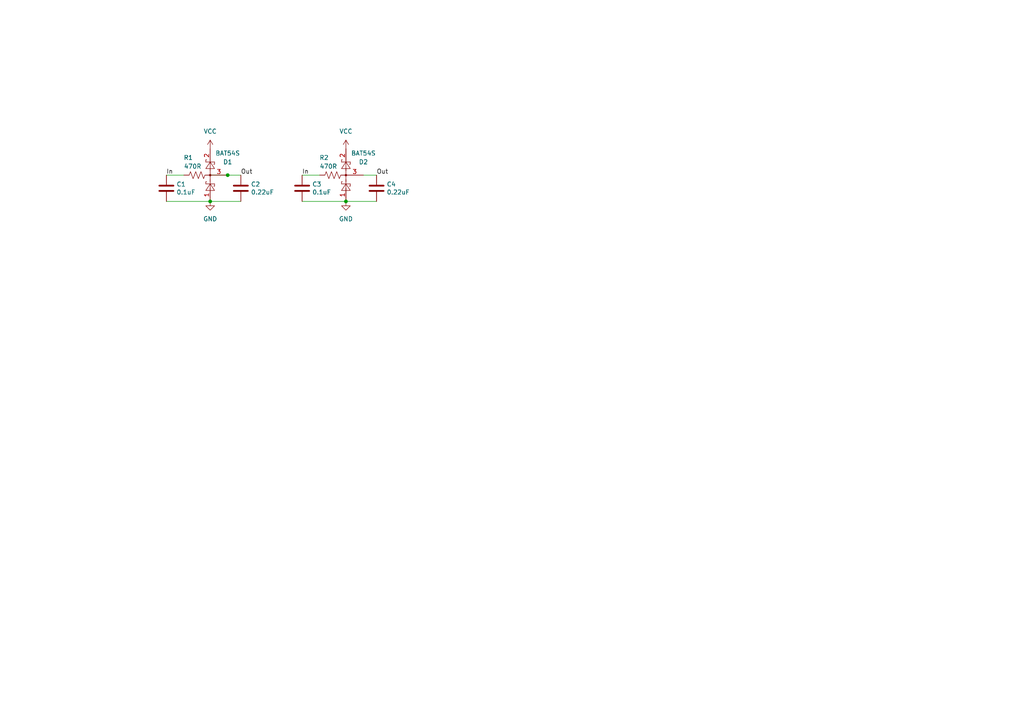
<source format=kicad_sch>
(kicad_sch (version 20211123) (generator eeschema)
  (paper "A4")
  (lib_symbols
    (symbol "Device:C" (pin_numbers hide) (pin_names (offset 0.254))
      (property "Reference" "C" (at 0.635 2.54 0))
      (property "Value" "C" (at 0.635 -2.54 0))
      (symbol "C_0_1"
        (polyline (pts (xy -2.032 -0.762) (xy 2.032 -0.762)) (stroke (width 0.508)))
        (polyline (pts (xy -2.032 0.762) (xy 2.032 0.762)) (stroke (width 0.508)))
      )
      (symbol "C_1_1"
        (pin passive line (at 0 3.81 270) (length 2.794) (name "~") (number "1"))
        (pin passive line (at 0 -3.81 90) (length 2.794) (name "~") (number "2"))
      )
    )
    (symbol "Device:R_US" (pin_numbers hide) (pin_names (offset 0))
      (property "Reference" "R" (at 2.54 0 90))
      (property "Value" "R_US" (at -2.54 0 90))
      (symbol "R_US_0_1"
        (polyline (pts (xy 0 -2.286) (xy 0 -2.54)))
        (polyline (pts (xy 0 2.286) (xy 0 2.54)))
        (polyline (pts (xy 0 -0.762) (xy 1.016 -1.143) (xy 0 -1.524) (xy -1.016 -1.905) (xy 0 -2.286)))
        (polyline (pts (xy 0 0.762) (xy 1.016 0.381) (xy 0 0) (xy -1.016 -0.381) (xy 0 -0.762)))
        (polyline (pts (xy 0 2.286) (xy 1.016 1.905) (xy 0 1.524) (xy -1.016 1.143) (xy 0 0.762)))
      )
      (symbol "R_US_1_1"
        (pin passive line (at 0 3.81 270) (length 1.27) (name "~") (number "1"))
        (pin passive line (at 0 -3.81 90) (length 1.27) (name "~") (number "2"))
      )
    )
    (symbol "Diode:BAT54S" (pin_names (offset 1.016))
      (property "Reference" "D" (at 0.635 -3.81 0))
      (property "Value" "BAT54S" (at -6.35 3.175 0))
      (symbol "BAT54S_0_1"
        (polyline (pts (xy -3.81 0) (xy -1.27 0)))
        (polyline (pts (xy -3.175 -1.27) (xy -3.175 -1.016)))
        (polyline (pts (xy -2.54 -1.27) (xy -3.175 -1.27)))
        (polyline (pts (xy -2.54 -1.27) (xy -2.54 1.27)))
        (polyline (pts (xy -2.54 1.27) (xy -1.905 1.27)))
        (polyline (pts (xy -1.905 0) (xy 1.905 0)))
        (polyline (pts (xy -1.905 1.27) (xy -1.905 1.016)))
        (polyline (pts (xy 1.27 0) (xy 3.81 0)))
        (polyline (pts (xy 3.175 -1.27) (xy 3.175 -1.016)))
        (polyline (pts (xy 3.81 -1.27) (xy 3.175 -1.27)))
        (polyline (pts (xy 3.81 -1.27) (xy 3.81 1.27)))
        (polyline (pts (xy 3.81 1.27) (xy 4.445 1.27)))
        (polyline (pts (xy 4.445 1.27) (xy 4.445 1.016)))
        (polyline (pts (xy -4.445 1.27) (xy -4.445 -1.27) (xy -2.54 0) (xy -4.445 1.27)))
        (polyline (pts (xy 1.905 1.27) (xy 1.905 -1.27) (xy 3.81 0) (xy 1.905 1.27)))
        (circle (center 0 0) (radius 0.254) (fill (type outline)))
      )
      (symbol "BAT54S_1_1"
        (pin passive line (at -7.62 0 0) (length 3.81) (name "~") (number "1"))
        (pin passive line (at 7.62 0 180) (length 3.81) (name "~") (number "2"))
        (pin passive line (at 0 -5.08 90) (length 5.08) (name "~") (number "3"))
      )
    )
    (symbol "power:GND" (power) (pin_names (offset 0))
      (property "Value" "GND" (at 0 -3.81 0))
      (symbol "GND_0_1"
        (polyline (pts (xy 0 0) (xy 0 -1.27) (xy 1.27 -1.27) (xy 0 -2.54) (xy -1.27 -1.27) (xy 0 -1.27)))
      )
      (symbol "GND_1_1"
        (pin power_in line (at 0 0 270) (length 0) hide (name "GND") (number "1"))
      )
    )
    (symbol "power:VCC" (power) (pin_names (offset 0))
      (property "Value" "VCC" (at 0 3.81 0))
      (symbol "VCC_0_1"
        (polyline (pts (xy -0.762 1.27) (xy 0 2.54)))
        (polyline (pts (xy 0 0) (xy 0 2.54)))
        (polyline (pts (xy 0 2.54) (xy 0.762 1.27)))
      )
      (symbol "VCC_1_1"
        (pin power_in line (at 0 0 90) (length 0) hide (name "VCC") (number "1"))
      )
    )
  )
  (junction (at 66.04 50.8))
  (junction (at 60.96 58.42))
  (junction (at 100.33 58.42))
  (wire (pts (xy 100.33 58.42) (xy 109.22 58.42)))
  (wire (pts (xy 105.41 50.8) (xy 109.22 50.8)))
  (wire (pts (xy 60.96 58.42) (xy 69.85 58.42)))
  (wire (pts (xy 60.96 50.8) (xy 66.04 50.8)))
  (wire (pts (xy 92.71 50.8) (xy 87.63 50.8)))
  (wire (pts (xy 53.34 50.8) (xy 48.26 50.8)))
  (wire (pts (xy 87.63 58.42) (xy 100.33 58.42)))
  (wire (pts (xy 48.26 58.42) (xy 60.96 58.42)))
  (wire (pts (xy 66.04 50.8) (xy 69.85 50.8)))
  (label "In" (at 87.63 50.8 0))
  (label "Out" (at 109.22 50.8 0))
  (label "In" (at 48.26 50.8 0))
  (label "Out" (at 69.85 50.8 0))
  (symbol (lib_id "power:VCC") (at 60.96 43.18 0) (unit 1)
    (property "Reference" "#PWR01" (effects hide))
    (property "Value" "VCC" (at 60.96 38.1 0))
  )
  (symbol (lib_id "Device:R_US") (at 96.52 50.8 270) (unit 1)
    (property "Reference" "R2" (at 93.98 45.72 90))
    (property "Value" "470R" (at 95.25 48.26 90))
    (property "Footprint" "Resistor_SMD:R_0603_1608Metric_Pad0.98x0.95mm_HandSolder" (effects hide))
  )
  (symbol (lib_id "power:GND") (at 100.33 58.42 0) (unit 1)
    (property "Reference" "#PWR04" (effects hide))
    (property "Value" "GND" (at 100.33 63.5 0))
  )
  (symbol (lib_id "Diode:BAT54S") (at 60.96 50.8 90) (unit 1)
    (property "Reference" "D1" (at 66.04 46.99 90))
    (property "Value" "BAT54S" (at 66.04 44.45 90))
    (property "Footprint" "Package_TO_SOT_SMD:SOT-23" (effects hide))
    (property "Datasheet" "https://www.diodes.com/assets/Datasheets/ds11005.pdf" (effects hide))
  )
  (symbol (lib_id "Device:C") (at 69.85 54.61 0) (unit 1)
    (property "Reference" "C2" (at 72.771 53.4416 0) (effects (justify left)))
    (property "Value" "0.22uF" (at 72.771 55.753 0) (effects (justify left)))
    (property "Footprint" "Capacitor_SMD:C_0603_1608Metric_Pad1.08x0.95mm_HandSolder" (effects hide))
    (property "Digikey Part Number" "1292-1419-1-ND" (effects hide))
    (property "Manufacturer_Name" "Walsin Technology Corporation" (effects hide))
    (property "Manufacturer_Part_Number" "0603B224K160CT" (effects hide))
    (property "URL" "https://www.digikey.com/en/products/detail/walsin-technology-corporation/0603B224K160CT/9354916" (effects hide))
  )
  (symbol (lib_id "Device:C") (at 87.63 54.61 0) (unit 1)
    (property "Reference" "C3" (at 90.551 53.4416 0) (effects (justify left)))
    (property "Value" "0.1uF" (at 90.551 55.753 0) (effects (justify left)))
    (property "Footprint" "Capacitor_SMD:C_0603_1608Metric_Pad1.08x0.95mm_HandSolder" (effects hide))
    (property "Digikey Part Number" "1276-1935-1-ND" (effects hide))
    (property "Manufacturer_Name" "Samsung Electro-Mechanics" (effects hide))
    (property "Manufacturer_Part_Number" "CL10B104KB8NNWC" (effects hide))
    (property "URL" "https://www.digikey.com/en/products/detail/samsung-electro-mechanics/CL10B104KB8NNWC/3887593" (effects hide))
  )
  (symbol (lib_id "power:GND") (at 60.96 58.42 0) (unit 1)
    (property "Reference" "#PWR03" (effects hide))
    (property "Value" "GND" (at 60.96 63.5 0))
  )
  (symbol (lib_id "Device:R_US") (at 57.15 50.8 270) (unit 1)
    (property "Reference" "R1" (at 54.61 45.72 90))
    (property "Value" "470R" (at 55.88 48.26 90))
    (property "Footprint" "Resistor_SMD:R_0603_1608Metric_Pad0.98x0.95mm_HandSolder" (effects hide))
  )
  (symbol (lib_id "Diode:BAT54S") (at 100.33 50.8 90) (unit 1)
    (property "Reference" "D2" (at 105.41 46.99 90))
    (property "Value" "BAT54S" (at 105.41 44.45 90))
    (property "Footprint" "Package_TO_SOT_SMD:SOT-23" (effects hide))
    (property "Datasheet" "https://www.diodes.com/assets/Datasheets/ds11005.pdf" (effects hide))
  )
  (symbol (lib_id "Device:C") (at 109.22 54.61 0) (unit 1)
    (property "Reference" "C4" (at 112.141 53.4416 0) (effects (justify left)))
    (property "Value" "0.22uF" (at 112.141 55.753 0) (effects (justify left)))
    (property "Footprint" "Capacitor_SMD:C_0603_1608Metric_Pad1.08x0.95mm_HandSolder" (effects hide))
    (property "Digikey Part Number" "1292-1419-1-ND" (effects hide))
    (property "Manufacturer_Name" "Walsin Technology Corporation" (effects hide))
    (property "Manufacturer_Part_Number" "0603B224K160CT" (effects hide))
    (property "URL" "https://www.digikey.com/en/products/detail/walsin-technology-corporation/0603B224K160CT/9354916" (effects hide))
  )
  (symbol (lib_id "Device:C") (at 48.26 54.61 0) (unit 1)
    (property "Reference" "C1" (at 51.181 53.4416 0) (effects (justify left)))
    (property "Value" "0.1uF" (at 51.181 55.753 0) (effects (justify left)))
    (property "Footprint" "Capacitor_SMD:C_0603_1608Metric_Pad1.08x0.95mm_HandSolder" (effects hide))
    (property "Digikey Part Number" "1276-1935-1-ND" (effects hide))
    (property "Manufacturer_Name" "Samsung Electro-Mechanics" (effects hide))
    (property "Manufacturer_Part_Number" "CL10B104KB8NNWC" (effects hide))
    (property "URL" "https://www.digikey.com/en/products/detail/samsung-electro-mechanics/CL10B104KB8NNWC/3887593" (effects hide))
  )
  (symbol (lib_id "power:VCC") (at 100.33 43.18 0) (unit 1)
    (property "Reference" "#PWR02" (effects hide))
    (property "Value" "VCC" (at 100.33 38.1 0))
  )
)
</source>
